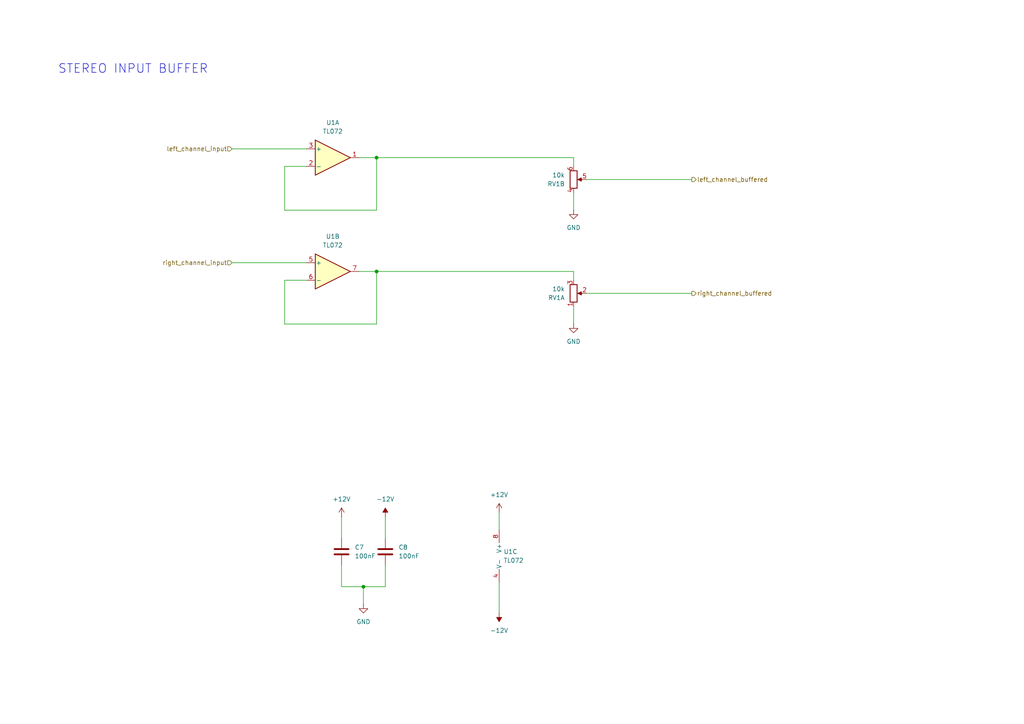
<source format=kicad_sch>
(kicad_sch (version 20231120) (generator "eeschema") (generator_version "8.0")
  (paper "A4")
  (title_block (rev "B"))
  (lib_symbols
    (symbol "Amplifier_Operational:TL072" (pin_names (offset 0.127))
      (property "Reference" "U" (at 0 5.08 0))
      (property "Value" "TL072" (at 0 -5.08 0))
      (symbol "TL072_1_1"
        (polyline (pts (xy -5.08 5.08) (xy 5.08 0) (xy -5.08 -5.08) (xy -5.08 5.08)) (stroke (width 0.254)) (fill (type background)))
        (pin output line (at 7.62 0 180) (length 2.54) (name "~") (number "1"))
        (pin input line (at -7.62 -2.54 0) (length 2.54) (name "-") (number "2"))
        (pin input line (at -7.62 2.54 0) (length 2.54) (name "+") (number "3"))
      )
      (symbol "TL072_2_1"
        (polyline (pts (xy -5.08 5.08) (xy 5.08 0) (xy -5.08 -5.08) (xy -5.08 5.08)) (stroke (width 0.254)) (fill (type background)))
        (pin input line (at -7.62 2.54 0) (length 2.54) (name "+") (number "5"))
        (pin input line (at -7.62 -2.54 0) (length 2.54) (name "-") (number "6"))
        (pin output line (at 7.62 0 180) (length 2.54) (name "~") (number "7"))
      )
      (symbol "TL072_3_1"
        (pin power_in line (at -2.54 -7.62 90) (length 3.81) (name "V-") (number "4"))
        (pin power_in line (at -2.54 7.62 270) (length 3.81) (name "V+") (number "8"))
      )
    )
    (symbol "Device:C" (pin_numbers hide) (pin_names (offset 0.254))
      (property "Reference" "C" (at 0.635 2.54 0))
      (property "Value" "C" (at 0.635 -2.54 0))
      (symbol "C_0_1"
        (polyline (pts (xy -2.032 -0.762) (xy 2.032 -0.762)) (stroke (width 0.508)))
        (polyline (pts (xy -2.032 0.762) (xy 2.032 0.762)) (stroke (width 0.508)))
      )
      (symbol "C_1_1"
        (pin passive line (at 0 3.81 270) (length 2.794) (name "~") (number "1"))
        (pin passive line (at 0 -3.81 90) (length 2.794) (name "~") (number "2"))
      )
    )
    (symbol "Device:R_Potentiometer_Dual_Separate" (pin_names (offset 1.016) hide)
      (property "Reference" "RV" (at -4.445 0 90))
      (property "Value" "R_Potentiometer_Dual_Separate" (at -2.54 0 90))
      (symbol "R_Potentiometer_Dual_Separate_0_1"
        (polyline (pts (xy 2.54 0) (xy 1.524 0)))
        (polyline (pts (xy 1.143 0) (xy 2.286 0.508) (xy 2.286 -0.508) (xy 1.143 0)) (fill (type outline)))
        (rectangle (start 1.016 2.54) (end -1.016 -2.54) (stroke (width 0.254)))
      )
      (symbol "R_Potentiometer_Dual_Separate_1_1"
        (pin passive line (at 0 3.81 270) (length 1.27) (name "1") (number "1"))
        (pin passive line (at 3.81 0 180) (length 1.27) (name "2") (number "2"))
        (pin passive line (at 0 -3.81 90) (length 1.27) (name "3") (number "3"))
      )
      (symbol "R_Potentiometer_Dual_Separate_2_1"
        (pin passive line (at 0 3.81 270) (length 1.27) (name "4") (number "4"))
        (pin passive line (at 3.81 0 180) (length 1.27) (name "5") (number "5"))
        (pin passive line (at 0 -3.81 90) (length 1.27) (name "6") (number "6"))
      )
    )
    (symbol "power:+12V" (power) (pin_numbers hide) (pin_names (offset 0) hide)
      (property "Value" "+12V" (at 0 3.556 0))
      (symbol "+12V_0_1"
        (polyline (pts (xy -0.762 1.27) (xy 0 2.54)))
        (polyline (pts (xy 0 0) (xy 0 2.54)))
        (polyline (pts (xy 0 2.54) (xy 0.762 1.27)))
      )
      (symbol "+12V_1_1"
        (pin power_in line (at 0 0 90) (length 0) (name "~") (number "1"))
      )
    )
    (symbol "power:-12V" (power) (pin_numbers hide) (pin_names (offset 0) hide)
      (property "Value" "-12V" (at 0 3.556 0))
      (symbol "-12V_0_0"
        (pin power_in line (at 0 0 90) (length 0) (name "~") (number "1"))
      )
      (symbol "-12V_0_1"
        (polyline (pts (xy 0 0) (xy 0 1.27) (xy 0.762 1.27) (xy 0 2.54) (xy -0.762 1.27) (xy 0 1.27)) (fill (type outline)))
      )
    )
    (symbol "power:GND" (power) (pin_numbers hide) (pin_names (offset 0) hide)
      (property "Value" "GND" (at 0 -3.81 0))
      (symbol "GND_0_1"
        (polyline (pts (xy 0 0) (xy 0 -1.27) (xy 1.27 -1.27) (xy 0 -2.54) (xy -1.27 -1.27) (xy 0 -1.27)))
      )
      (symbol "GND_1_1"
        (pin power_in line (at 0 0 270) (length 0) (name "~") (number "1"))
      )
    )
  )
  (junction (at 105.41 170.18))
  (junction (at 109.22 45.72))
  (junction (at 109.22 78.74))
  (wire (pts (xy 105.41 170.18) (xy 111.76 170.18)))
  (wire (pts (xy 67.31 43.18) (xy 88.9 43.18)))
  (wire (pts (xy 166.37 78.74) (xy 166.37 81.28)))
  (wire (pts (xy 105.41 170.18) (xy 105.41 175.26)))
  (wire (pts (xy 82.55 81.28) (xy 82.55 93.98)))
  (wire (pts (xy 166.37 88.9) (xy 166.37 93.98)))
  (wire (pts (xy 111.76 163.83) (xy 111.76 170.18)))
  (wire (pts (xy 82.55 48.26) (xy 88.9 48.26)))
  (wire (pts (xy 104.14 45.72) (xy 109.22 45.72)))
  (wire (pts (xy 144.78 148.59) (xy 144.78 153.67)))
  (wire (pts (xy 166.37 45.72) (xy 166.37 48.26)))
  (wire (pts (xy 99.06 170.18) (xy 105.41 170.18)))
  (wire (pts (xy 82.55 48.26) (xy 82.55 60.96)))
  (wire (pts (xy 166.37 55.88) (xy 166.37 60.96)))
  (wire (pts (xy 82.55 93.98) (xy 109.22 93.98)))
  (wire (pts (xy 109.22 45.72) (xy 166.37 45.72)))
  (wire (pts (xy 99.06 149.86) (xy 99.06 156.21)))
  (wire (pts (xy 109.22 78.74) (xy 109.22 93.98)))
  (wire (pts (xy 82.55 60.96) (xy 109.22 60.96)))
  (wire (pts (xy 144.78 168.91) (xy 144.78 177.8)))
  (wire (pts (xy 82.55 81.28) (xy 88.9 81.28)))
  (wire (pts (xy 111.76 156.21) (xy 111.76 149.86)))
  (wire (pts (xy 170.18 52.07) (xy 200.66 52.07)))
  (wire (pts (xy 99.06 163.83) (xy 99.06 170.18)))
  (wire (pts (xy 109.22 45.72) (xy 109.22 60.96)))
  (wire (pts (xy 67.31 76.2) (xy 88.9 76.2)))
  (wire (pts (xy 104.14 78.74) (xy 109.22 78.74)))
  (wire (pts (xy 170.18 85.09) (xy 200.66 85.09)))
  (wire (pts (xy 109.22 78.74) (xy 166.37 78.74)))
  (text "STEREO INPUT BUFFER" (at 38.608 20.066 0) (effects (font (size 2.54 2.54))))
  (hierarchical_label "right_channel_input" (shape input) (at 67.31 76.2 180))
  (hierarchical_label "left_channel_buffered" (shape output) (at 200.66 52.07 0))
  (hierarchical_label "left_channel_input" (shape input) (at 67.31 43.18 180))
  (hierarchical_label "right_channel_buffered" (shape output) (at 200.66 85.09 0))
  (symbol (lib_id "Amplifier_Operational:TL072") (at 147.32 161.29 0) (unit 3)
    (property "Reference" "U1" (at 146.05 160.02 0) (effects (justify left)))
    (property "Value" "TL072" (at 146.05 162.56 0) (effects (justify left)))
    (property "Footprint" "Package_SO:SOIC-8_3.9x4.9mm_P1.27mm" (effects (hide yes)))
    (property "Datasheet" "http://www.ti.com/lit/ds/symlink/tl071.pdf" (effects (hide yes)))
    (property "Description" "Dual Low-Noise JFET-Input Operational Amplifiers, DIP-8/SOIC-8" (effects (hide yes)))
    (property "LCSC" "C67473" (effects (hide yes)))
    (property "Mouser" "511-TL072CDT" (effects (hide yes)))
    (instances (project "Tiny4xPoweredStereoMixer" (path "" (reference "U1") (unit 3)) (path "" (reference "U2") (unit 3)) (path "" (reference "U3") (unit 3)) (path "" (reference "U4") (unit 3))))
  )
  (symbol (lib_id "Amplifier_Operational:TL072") (at 96.52 78.74 0) (unit 2)
    (property "Reference" "U1" (at 96.52 68.58 0))
    (property "Value" "TL072" (at 96.52 71.12 0))
    (property "Footprint" "Package_SO:SOIC-8_3.9x4.9mm_P1.27mm" (effects (hide yes)))
    (property "Datasheet" "http://www.ti.com/lit/ds/symlink/tl071.pdf" (effects (hide yes)))
    (property "Description" "Dual Low-Noise JFET-Input Operational Amplifiers, DIP-8/SOIC-8" (effects (hide yes)))
    (property "LCSC" "C67473" (effects (hide yes)))
    (property "Mouser" "511-TL072CDT" (effects (hide yes)))
    (instances (project "Tiny4xPoweredStereoMixer" (path "" (reference "U1") (unit 2)) (path "" (reference "U2") (unit 2)) (path "" (reference "U3") (unit 2)) (path "" (reference "U4") (unit 2))))
  )
  (symbol (lib_id "power:+12V") (at 99.06 149.86 0) (unit 1)
    (property "Reference" "#PWR016" (effects (hide yes)))
    (property "Value" "+12V" (at 99.06 144.78 0))
    (property "Description" "Power symbol creates a global label with name \"+12V\"" (effects (hide yes)))
    (instances (project "Tiny4xPoweredStereoMixer" (path "" (reference "#PWR016") (unit 1)) (path "" (reference "#PWR09") (unit 1)) (path "" (reference "#PWR030") (unit 1)) (path "" (reference "#PWR037") (unit 1))))
  )
  (symbol (lib_id "power:-12V") (at 111.76 149.86 0) (unit 1)
    (property "Reference" "#PWR018" (effects (hide yes)))
    (property "Value" "-12V" (at 111.76 144.78 0))
    (property "Description" "Power symbol creates a global label with name \"-12V\"" (effects (hide yes)))
    (instances (project "Tiny4xPoweredStereoMixer" (path "" (reference "#PWR018") (unit 1)) (path "" (reference "#PWR011") (unit 1)) (path "" (reference "#PWR032") (unit 1)) (path "" (reference "#PWR039") (unit 1))))
  )
  (symbol (lib_id "power:+12V") (at 144.78 148.59 0) (unit 1)
    (property "Reference" "#PWR019" (effects (hide yes)))
    (property "Value" "+12V" (at 144.78 143.51 0))
    (property "Description" "Power symbol creates a global label with name \"+12V\"" (effects (hide yes)))
    (instances (project "Tiny4xPoweredStereoMixer" (path "" (reference "#PWR019") (unit 1)) (path "" (reference "#PWR012") (unit 1)) (path "" (reference "#PWR033") (unit 1)) (path "" (reference "#PWR040") (unit 1))))
  )
  (symbol (lib_id "power:GND") (at 105.41 175.26 0) (unit 1)
    (property "Reference" "#PWR017" (effects (hide yes)))
    (property "Value" "GND" (at 105.41 180.34 0))
    (property "Description" "Power symbol creates a global label with name \"GND\" , ground" (effects (hide yes)))
    (instances (project "Tiny4xPoweredStereoMixer" (path "" (reference "#PWR017") (unit 1)) (path "" (reference "#PWR010") (unit 1)) (path "" (reference "#PWR031") (unit 1)) (path "" (reference "#PWR038") (unit 1))))
  )
  (symbol (lib_id "Device:R_Potentiometer_Dual_Separate") (at 166.37 85.09 0) (mirror x) (unit 1)
    (property "Reference" "RV1" (at 163.83 86.36 0) (effects (justify right)))
    (property "Value" "10k" (at 163.83 83.82 0) (effects (justify right)))
    (property "Footprint" "Potentiometers:Potentiometer_Alps_RK09L_Double_Horizontal" (effects (hide yes)))
    (property "Description" "Dual potentiometer, separate units" (effects (hide yes)))
    (property "Mouser" "688-RK09L12B0A4S " (effects (hide yes)))
    (instances (project "Tiny4xPoweredStereoMixer" (path "" (reference "RV1") (unit 1)) (path "" (reference "RV2") (unit 1)) (path "" (reference "RV3") (unit 1)) (path "" (reference "RV4") (unit 1))))
  )
  (symbol (lib_id "Amplifier_Operational:TL072") (at 96.52 45.72 0) (unit 1)
    (property "Reference" "U1" (at 96.52 35.56 0))
    (property "Value" "TL072" (at 96.52 38.1 0))
    (property "Footprint" "Package_SO:SOIC-8_3.9x4.9mm_P1.27mm" (effects (hide yes)))
    (property "Datasheet" "http://www.ti.com/lit/ds/symlink/tl071.pdf" (effects (hide yes)))
    (property "Description" "Dual Low-Noise JFET-Input Operational Amplifiers, DIP-8/SOIC-8" (effects (hide yes)))
    (property "LCSC" "C67473" (effects (hide yes)))
    (property "Mouser" "511-TL072CDT" (effects (hide yes)))
    (instances (project "Tiny4xPoweredStereoMixer" (path "" (reference "U1") (unit 1)) (path "" (reference "U2") (unit 1)) (path "" (reference "U3") (unit 1)) (path "" (reference "U4") (unit 1))))
  )
  (symbol (lib_id "power:GND") (at 166.37 93.98 0) (unit 1)
    (property "Reference" "#PWR022" (effects (hide yes)))
    (property "Value" "GND" (at 166.37 99.06 0))
    (property "Description" "Power symbol creates a global label with name \"GND\" , ground" (effects (hide yes)))
    (instances (project "Tiny4xPoweredStereoMixer" (path "" (reference "#PWR022") (unit 1)) (path "" (reference "#PWR015") (unit 1)) (path "" (reference "#PWR036") (unit 1)) (path "" (reference "#PWR043") (unit 1))))
  )
  (symbol (lib_id "power:GND") (at 166.37 60.96 0) (unit 1)
    (property "Reference" "#PWR021" (effects (hide yes)))
    (property "Value" "GND" (at 166.37 66.04 0))
    (property "Description" "Power symbol creates a global label with name \"GND\" , ground" (effects (hide yes)))
    (instances (project "Tiny4xPoweredStereoMixer" (path "" (reference "#PWR021") (unit 1)) (path "" (reference "#PWR014") (unit 1)) (path "" (reference "#PWR035") (unit 1)) (path "" (reference "#PWR042") (unit 1))))
  )
  (symbol (lib_id "Device:C") (at 111.76 160.02 0) (unit 1)
    (property "Reference" "C8" (at 115.57 158.75 0) (effects (justify left)))
    (property "Value" "100nF" (at 115.57 161.29 0) (effects (justify left)))
    (property "Footprint" "Capacitor_SMD:C_0603_1608Metric_Pad1.08x0.95mm_HandSolder" (effects (hide yes)))
    (property "Description" "Unpolarized capacitor" (effects (hide yes)))
    (property "LCSC" "C1590" (effects (hide yes)))
    (property "Notes" "X7R 25V" (effects (hide yes)))
    (property "Mouser" "791-0603B104J250CT" (effects (hide yes)))
    (instances (project "Tiny4xPoweredStereoMixer" (path "" (reference "C8") (unit 1)) (path "" (reference "C6") (unit 1)) (path "" (reference "C12") (unit 1)) (path "" (reference "C14") (unit 1))))
  )
  (symbol (lib_id "Device:C") (at 99.06 160.02 0) (unit 1)
    (property "Reference" "C7" (at 102.87 158.75 0) (effects (justify left)))
    (property "Value" "100nF" (at 102.87 161.29 0) (effects (justify left)))
    (property "Footprint" "Capacitor_SMD:C_0603_1608Metric_Pad1.08x0.95mm_HandSolder" (effects (hide yes)))
    (property "Description" "Unpolarized capacitor" (effects (hide yes)))
    (property "LCSC" "C1590" (effects (hide yes)))
    (property "Notes" "X7R 25V" (effects (hide yes)))
    (property "Mouser" "791-0603B104J250CT" (effects (hide yes)))
    (instances (project "Tiny4xPoweredStereoMixer" (path "" (reference "C7") (unit 1)) (path "" (reference "C5") (unit 1)) (path "" (reference "C11") (unit 1)) (path "" (reference "C13") (unit 1))))
  )
  (symbol (lib_id "power:-12V") (at 144.78 177.8 180) (unit 1)
    (property "Reference" "#PWR020" (effects (hide yes)))
    (property "Value" "-12V" (at 144.78 182.88 0))
    (property "Description" "Power symbol creates a global label with name \"-12V\"" (effects (hide yes)))
    (instances (project "Tiny4xPoweredStereoMixer" (path "" (reference "#PWR020") (unit 1)) (path "" (reference "#PWR013") (unit 1)) (path "" (reference "#PWR034") (unit 1)) (path "" (reference "#PWR041") (unit 1))))
  )
  (symbol (lib_id "Device:R_Potentiometer_Dual_Separate") (at 166.37 52.07 0) (mirror x) (unit 2)
    (property "Reference" "RV1" (at 163.83 53.34 0) (effects (justify right)))
    (property "Value" "10k" (at 163.83 50.8 0) (effects (justify right)))
    (property "Footprint" "Potentiometers:Potentiometer_Alps_RK09L_Double_Horizontal" (effects (hide yes)))
    (property "Description" "Dual potentiometer, separate units" (effects (hide yes)))
    (property "Mouser" "688-RK09L12B0A4S " (effects (hide yes)))
    (instances (project "Tiny4xPoweredStereoMixer" (path "" (reference "RV1") (unit 2)) (path "" (reference "RV2") (unit 2)) (path "" (reference "RV3") (unit 2)) (path "" (reference "RV4") (unit 2))))
  )
)
</source>
